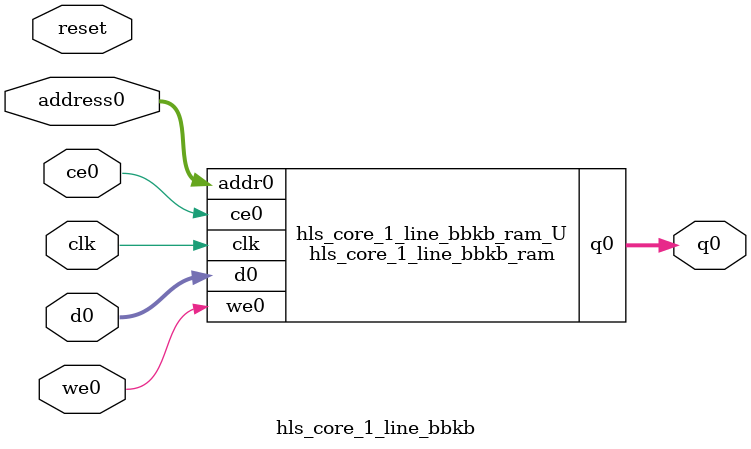
<source format=v>
`timescale 1 ns / 1 ps
module hls_core_1_line_bbkb_ram (addr0, ce0, d0, we0, q0,  clk);

parameter DWIDTH = 32;
parameter AWIDTH = 5;
parameter MEM_SIZE = 26;

input[AWIDTH-1:0] addr0;
input ce0;
input[DWIDTH-1:0] d0;
input we0;
output reg[DWIDTH-1:0] q0;
input clk;

(* ram_style = "distributed" *)reg [DWIDTH-1:0] ram[0:MEM_SIZE-1];




always @(posedge clk)  
begin 
    if (ce0) 
    begin
        if (we0) 
        begin 
            ram[addr0] <= d0; 
        end 
        q0 <= ram[addr0];
    end
end


endmodule

`timescale 1 ns / 1 ps
module hls_core_1_line_bbkb(
    reset,
    clk,
    address0,
    ce0,
    we0,
    d0,
    q0);

parameter DataWidth = 32'd32;
parameter AddressRange = 32'd26;
parameter AddressWidth = 32'd5;
input reset;
input clk;
input[AddressWidth - 1:0] address0;
input ce0;
input we0;
input[DataWidth - 1:0] d0;
output[DataWidth - 1:0] q0;



hls_core_1_line_bbkb_ram hls_core_1_line_bbkb_ram_U(
    .clk( clk ),
    .addr0( address0 ),
    .ce0( ce0 ),
    .we0( we0 ),
    .d0( d0 ),
    .q0( q0 ));

endmodule


</source>
